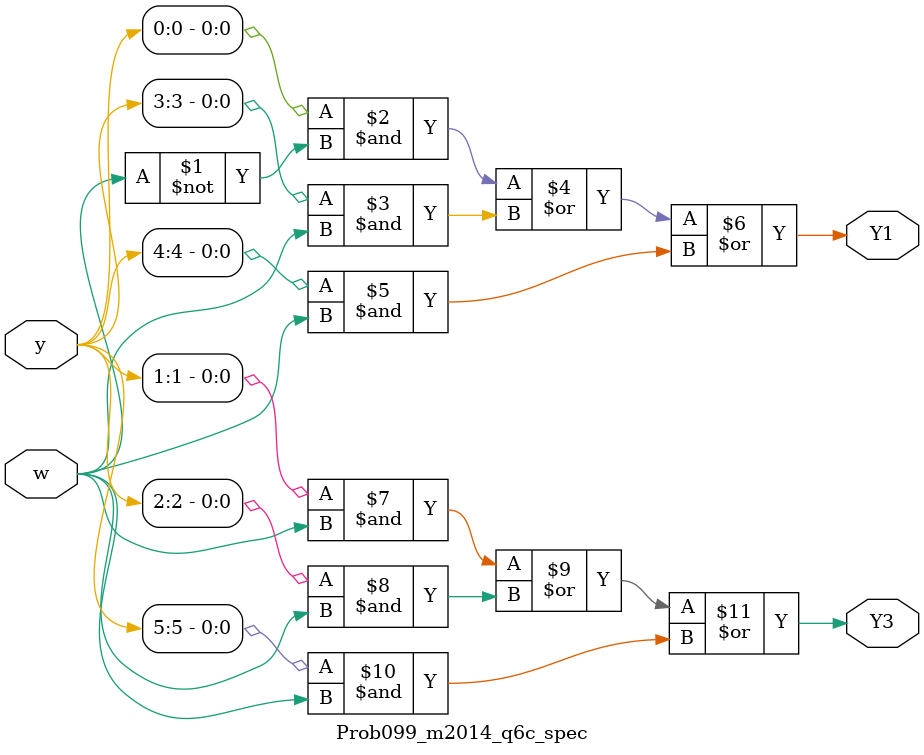
<source format=v>
module Prob099_m2014_q6c_spec(input [5:0] y, input [0:0] w, output [0:0] Y1, output [0:0] Y3);

    // Next-state logic for Y1 (y[1])
    assign Y1 = (y[0] & ~w) | (y[3] & w) | (y[4] & w);

    // Next-state logic for Y3 (y[3])
    assign Y3 = (y[1] & w) | (y[2] & w) | (y[5] & w);

endmodule

</source>
